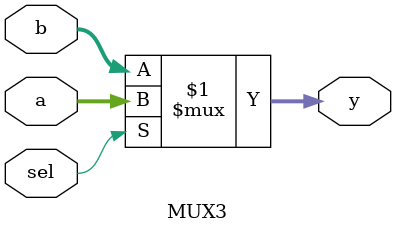
<source format=v>
`timescale 1ns / 1ps

module MUX3 #(parameter BITS = 32)(
    output wire [BITS-1:0] y,      //output of mux
    input wire [BITS-1:0] a, b,    //input 1 of mux
    
    //input 0 of mux
    input wire sel  //select input
    );
    
    assign y = sel ? a : b;
    
endmodule

</source>
